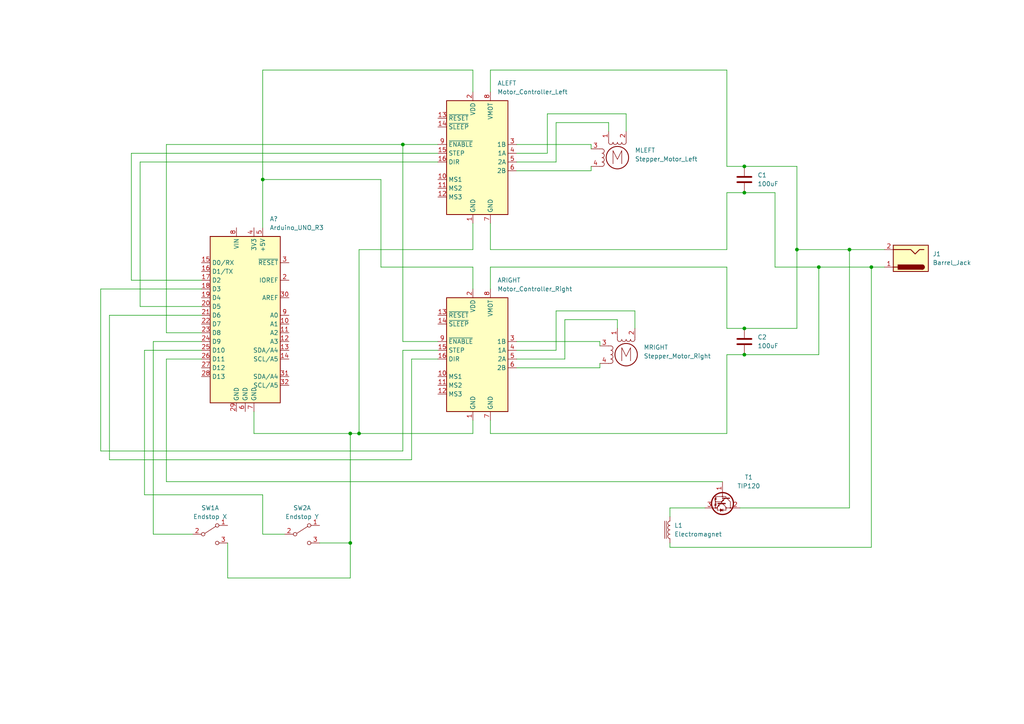
<source format=kicad_sch>
(kicad_sch (version 20211123) (generator eeschema)
  (paper "A4")
  (title_block (title "Automatic Chess Diagram") (date "2025-01-05") (rev "1.1.0") (company "FW") (comment 1 "Author: Felix Wittwer"))
  (lib_symbols
    (symbol "Connector:Barrel_Jack" (pin_names (offset 1.016))
      (property "Reference" "J" (at 0 5.334 0))
      (property "Value" "Barrel_Jack" (at 0 -5.08 0))
      (symbol "Barrel_Jack_0_1"
        (rectangle (start -5.08 3.81) (end 5.08 -3.81) (stroke (width 0.254)) (fill (type background)))
        (arc (start -3.302 3.175) (mid -3.937 2.54) (end -3.302 1.905) (stroke (width 0.254)))
        (arc (start -3.302 3.175) (mid -3.937 2.54) (end -3.302 1.905) (stroke (width 0.254)) (fill (type outline)))
        (polyline (pts (xy 5.08 2.54) (xy 3.81 2.54)) (stroke (width 0.254)))
        (polyline (pts (xy -3.81 -2.54) (xy -2.54 -2.54) (xy -1.27 -1.27) (xy 0 -2.54) (xy 2.54 -2.54) (xy 5.08 -2.54)) (stroke (width 0.254)))
        (rectangle (start 3.683 3.175) (end -3.302 1.905) (stroke (width 0.254)) (fill (type outline)))
      )
      (symbol "Barrel_Jack_1_1"
        (pin passive line (at 7.62 2.54 180) (length 2.54) (name "~") (number "1"))
        (pin passive line (at 7.62 -2.54 180) (length 2.54) (name "~") (number "2"))
      )
    )
    (symbol "Device:C" (pin_numbers hide) (pin_names (offset 0.254))
      (property "Reference" "C" (at 0.635 2.54 0))
      (property "Value" "C" (at 0.635 -2.54 0))
      (symbol "C_0_1"
        (polyline (pts (xy -2.032 -0.762) (xy 2.032 -0.762)) (stroke (width 0.508)))
        (polyline (pts (xy -2.032 0.762) (xy 2.032 0.762)) (stroke (width 0.508)))
      )
      (symbol "C_1_1"
        (pin passive line (at 0 3.81 270) (length 2.794) (name "~") (number "1"))
        (pin passive line (at 0 -3.81 90) (length 2.794) (name "~") (number "2"))
      )
    )
    (symbol "Device:L_Iron" (pin_numbers hide) (pin_names (offset 1.016) hide)
      (property "Reference" "L" (at -1.27 0 90))
      (property "Value" "L_Iron" (at 2.794 0 90))
      (symbol "L_Iron_0_1"
        (arc (start 0 -2.54) (mid 0.635 -1.905) (end 0 -1.27))
        (arc (start 0 -1.27) (mid 0.635 -0.635) (end 0 0))
        (polyline (pts (xy 1.016 2.54) (xy 1.016 -2.54)))
        (polyline (pts (xy 1.524 -2.54) (xy 1.524 2.54)))
        (arc (start 0 0) (mid 0.635 0.635) (end 0 1.27))
        (arc (start 0 1.27) (mid 0.635 1.905) (end 0 2.54))
      )
      (symbol "L_Iron_1_1"
        (pin passive line (at 0 3.81 270) (length 1.27) (name "1") (number "1"))
        (pin passive line (at 0 -3.81 90) (length 1.27) (name "2") (number "2"))
      )
    )
    (symbol "Driver_Motor:Pololu_Breakout_A4988"
      (property "Reference" "A" (at -2.54 19.05 0))
      (property "Value" "Pololu_Breakout_A4988" (at -2.54 16.51 0))
      (symbol "Pololu_Breakout_A4988_0_1"
        (rectangle (start 10.16 -17.78) (end -7.62 15.24) (stroke (width 0.254)) (fill (type background)))
      )
      (symbol "Pololu_Breakout_A4988_1_1"
        (pin power_in line (at 0 -20.32 90) (length 2.54) (name "GND") (number "1"))
        (pin input line (at -10.16 -7.62 0) (length 2.54) (name "MS1") (number "10"))
        (pin input line (at -10.16 -10.16 0) (length 2.54) (name "MS2") (number "11"))
        (pin input line (at -10.16 -12.7 0) (length 2.54) (name "MS3") (number "12"))
        (pin input line (at -10.16 10.16 0) (length 2.54) (name "~{RESET}") (number "13"))
        (pin input line (at -10.16 7.62 0) (length 2.54) (name "~{SLEEP}") (number "14"))
        (pin input line (at -10.16 0 0) (length 2.54) (name "STEP") (number "15"))
        (pin input line (at -10.16 -2.54 0) (length 2.54) (name "DIR") (number "16"))
        (pin power_in line (at 0 17.78 270) (length 2.54) (name "VDD") (number "2"))
        (pin output line (at 12.7 2.54 180) (length 2.54) (name "1B") (number "3"))
        (pin output line (at 12.7 0 180) (length 2.54) (name "1A") (number "4"))
        (pin output line (at 12.7 -2.54 180) (length 2.54) (name "2A") (number "5"))
        (pin output line (at 12.7 -5.08 180) (length 2.54) (name "2B") (number "6"))
        (pin power_in line (at 5.08 -20.32 90) (length 2.54) (name "GND") (number "7"))
        (pin power_in line (at 5.08 17.78 270) (length 2.54) (name "VMOT") (number "8"))
        (pin input line (at -10.16 2.54 0) (length 2.54) (name "~{ENABLE}") (number "9"))
      )
    )
    (symbol "MCU_Module:Arduino_UNO_R3"
      (property "Reference" "A" (at -10.16 23.495 0))
      (property "Value" "Arduino_UNO_R3" (at 5.08 -26.67 0))
      (symbol "Arduino_UNO_R3_0_1"
        (rectangle (start -10.16 22.86) (end 10.16 -25.4) (stroke (width 0.254)) (fill (type background)))
      )
      (symbol "Arduino_UNO_R3_1_1"
        (pin no_connect line (at -10.16 -20.32 0) (length 2.54) hide (name "NC") (number "1"))
        (pin bidirectional line (at 12.7 -2.54 180) (length 2.54) (name "A1") (number "10"))
        (pin bidirectional line (at 12.7 -5.08 180) (length 2.54) (name "A2") (number "11"))
        (pin bidirectional line (at 12.7 -7.62 180) (length 2.54) (name "A3") (number "12"))
        (pin bidirectional line (at 12.7 -10.16 180) (length 2.54) (name "SDA/A4") (number "13"))
        (pin bidirectional line (at 12.7 -12.7 180) (length 2.54) (name "SCL/A5") (number "14"))
        (pin bidirectional line (at -12.7 15.24 0) (length 2.54) (name "D0/RX") (number "15"))
        (pin bidirectional line (at -12.7 12.7 0) (length 2.54) (name "D1/TX") (number "16"))
        (pin bidirectional line (at -12.7 10.16 0) (length 2.54) (name "D2") (number "17"))
        (pin bidirectional line (at -12.7 7.62 0) (length 2.54) (name "D3") (number "18"))
        (pin bidirectional line (at -12.7 5.08 0) (length 2.54) (name "D4") (number "19"))
        (pin output line (at 12.7 10.16 180) (length 2.54) (name "IOREF") (number "2"))
        (pin bidirectional line (at -12.7 2.54 0) (length 2.54) (name "D5") (number "20"))
        (pin bidirectional line (at -12.7 0 0) (length 2.54) (name "D6") (number "21"))
        (pin bidirectional line (at -12.7 -2.54 0) (length 2.54) (name "D7") (number "22"))
        (pin bidirectional line (at -12.7 -5.08 0) (length 2.54) (name "D8") (number "23"))
        (pin bidirectional line (at -12.7 -7.62 0) (length 2.54) (name "D9") (number "24"))
        (pin bidirectional line (at -12.7 -10.16 0) (length 2.54) (name "D10") (number "25"))
        (pin bidirectional line (at -12.7 -12.7 0) (length 2.54) (name "D11") (number "26"))
        (pin bidirectional line (at -12.7 -15.24 0) (length 2.54) (name "D12") (number "27"))
        (pin bidirectional line (at -12.7 -17.78 0) (length 2.54) (name "D13") (number "28"))
        (pin power_in line (at -2.54 -27.94 90) (length 2.54) (name "GND") (number "29"))
        (pin input line (at 12.7 15.24 180) (length 2.54) (name "~{RESET}") (number "3"))
        (pin input line (at 12.7 5.08 180) (length 2.54) (name "AREF") (number "30"))
        (pin bidirectional line (at 12.7 -17.78 180) (length 2.54) (name "SDA/A4") (number "31"))
        (pin bidirectional line (at 12.7 -20.32 180) (length 2.54) (name "SCL/A5") (number "32"))
        (pin power_out line (at 2.54 25.4 270) (length 2.54) (name "3V3") (number "4"))
        (pin power_out line (at 5.08 25.4 270) (length 2.54) (name "+5V") (number "5"))
        (pin power_in line (at 0 -27.94 90) (length 2.54) (name "GND") (number "6"))
        (pin power_in line (at 2.54 -27.94 90) (length 2.54) (name "GND") (number "7"))
        (pin power_in line (at -2.54 25.4 270) (length 2.54) (name "VIN") (number "8"))
        (pin bidirectional line (at 12.7 0 180) (length 2.54) (name "A0") (number "9"))
      )
    )
    (symbol "Motor:Stepper_Motor_bipolar" (pin_names (offset 0) hide)
      (property "Reference" "M" (at 3.81 2.54 0))
      (property "Value" "Stepper_Motor_bipolar" (at 3.81 1.27 0))
      (symbol "Stepper_Motor_bipolar_0_0"
        (polyline (pts (xy -1.27 -1.778) (xy -1.27 2.032) (xy 0 -0.508) (xy 1.27 2.032) (xy 1.27 -1.778)))
      )
      (symbol "Stepper_Motor_bipolar_0_1"
        (arc (start -4.445 -2.54) (mid -3.81 -1.905) (end -4.445 -1.27))
        (arc (start -4.445 -1.27) (mid -3.81 -0.635) (end -4.445 0))
        (arc (start -4.445 0) (mid -3.81 0.635) (end -4.445 1.27))
        (arc (start -4.445 1.27) (mid -3.81 1.905) (end -4.445 2.54))
        (arc (start -2.54 4.445) (mid -1.905 3.81) (end -1.27 4.445))
        (arc (start -1.27 4.445) (mid -0.635 3.81) (end 0 4.445))
        (polyline (pts (xy -5.08 -2.54) (xy -4.445 -2.54)))
        (polyline (pts (xy -5.08 2.54) (xy -4.445 2.54)))
        (polyline (pts (xy -2.54 5.08) (xy -2.54 4.445)))
        (polyline (pts (xy 2.54 5.08) (xy 2.54 4.445)))
        (circle (center 0 0) (radius 3.2512) (stroke (width 0.254)))
        (arc (start 0 4.445) (mid 0.635 3.81) (end 1.27 4.445))
        (arc (start 1.27 4.445) (mid 1.905 3.81) (end 2.54 4.445))
      )
      (symbol "Stepper_Motor_bipolar_1_1"
        (pin passive line (at -2.54 7.62 270) (length 2.54) (name "~") (number "1"))
        (pin passive line (at 2.54 7.62 270) (length 2.54) (name "-") (number "2"))
        (pin passive line (at -7.62 2.54 0) (length 2.54) (name "~") (number "3"))
        (pin passive line (at -7.62 -2.54 0) (length 2.54) (name "~") (number "4"))
      )
    )
    (symbol "Switch:SW_DPDT_x2" (pin_names (offset 0) hide)
      (property "Reference" "SW" (at 0 4.318 0))
      (property "Value" "SW_DPDT_x2" (at 0 -5.08 0))
      (symbol "SW_DPDT_x2_0_0"
        (circle (center -2.032 0) (radius 0.508))
        (circle (center 2.032 -2.54) (radius 0.508))
      )
      (symbol "SW_DPDT_x2_0_1"
        (polyline (pts (xy -1.524 0.254) (xy 1.651 2.286)))
        (circle (center 2.032 2.54) (radius 0.508))
      )
      (symbol "SW_DPDT_x2_1_1"
        (pin passive line (at 5.08 2.54 180) (length 2.54) (name "A") (number "1"))
        (pin passive line (at -5.08 0 0) (length 2.54) (name "B") (number "2"))
        (pin passive line (at 5.08 -2.54 180) (length 2.54) (name "C") (number "3"))
      )
      (symbol "SW_DPDT_x2_2_1"
        (pin passive line (at 5.08 2.54 180) (length 2.54) (name "A") (number "4"))
        (pin passive line (at -5.08 0 0) (length 2.54) (name "B") (number "5"))
        (pin passive line (at 5.08 -2.54 180) (length 2.54) (name "C") (number "6"))
      )
    )
    (symbol "Transistor_BJT:TIP120" (pin_names (offset 0) hide)
      (property "Reference" "Q" (at 5.08 1.905 0))
      (property "Value" "TIP120" (at 5.08 0 0))
      (symbol "TIP120_0_1"
        (circle (center -0.762 0) (radius 0.127))
        (polyline (pts (xy -1.27 0) (xy -0.889 0)))
        (polyline (pts (xy 2.54 -2.032) (xy 2.54 -2.54)))
        (polyline (pts (xy 2.54 -1.524) (xy 3.175 -1.524)))
        (polyline (pts (xy 2.794 0.127) (xy 3.556 0.127)))
        (polyline (pts (xy 3.175 -0.635) (xy 3.175 -1.524)))
        (polyline (pts (xy 3.175 1.016) (xy 2.54 1.016)))
        (polyline (pts (xy 3.175 1.016) (xy 3.175 0.127)))
        (polyline (pts (xy -0.254 0.762) (xy 0.762 -0.254) (xy 1.27 -0.254)))
        (polyline (pts (xy -0.254 1.016) (xy -0.762 1.016) (xy -0.762 -2.032)))
        (polyline (pts (xy -0.254 1.27) (xy 0.762 2.286) (xy 2.54 2.286)))
        (polyline (pts (xy -0.254 2.032) (xy -0.254 0) (xy -0.254 0)) (stroke (width 0.3048)))
        (polyline (pts (xy 1.27 0.762) (xy 1.27 -1.27) (xy 1.27 -1.27)) (stroke (width 0.381)))
        (polyline (pts (xy 0.635 -0.127) (xy 0.381 0.381) (xy 0.127 0.127) (xy 0.635 -0.127)))
        (polyline (pts (xy 1.27 -0.508) (xy 2.286 -1.524) (xy 2.54 -1.524) (xy 2.54 -2.032)))
        (polyline (pts (xy 1.27 0) (xy 2.286 1.016) (xy 2.54 1.016) (xy 2.54 2.286)))
        (polyline (pts (xy 2.159 -1.397) (xy 1.905 -0.889) (xy 1.651 -1.143) (xy 2.159 -1.397)))
        (polyline (pts (xy 3.175 0.127) (xy 2.794 -0.635) (xy 3.556 -0.635) (xy 3.175 0.127)) (fill (type outline)))
        (polyline (pts (xy 0.762 -2.032) (xy 0.381 -2.032) (xy 0.254 -2.286) (xy 0.127 -1.778) (xy 0 -2.286) (xy -0.127 -1.778) (xy -0.254 -2.286) (xy -0.381 -1.778) (xy -0.508 -2.032) (xy -0.762 -2.032)))
        (polyline (pts (xy 0.762 -0.254) (xy 0.762 -2.032) (xy 1.143 -2.032) (xy 1.27 -1.778) (xy 1.397 -2.286) (xy 1.524 -1.778) (xy 1.651 -2.286) (xy 1.778 -1.778) (xy 1.905 -2.286) (xy 2.032 -2.032) (xy 2.54 -2.032)))
        (circle (center 0.762 -2.032) (radius 0.127))
        (circle (center 0.762 -0.254) (radius 0.127))
        (circle (center 1.27 0) (radius 3.175) (stroke (width 0.3556)))
        (circle (center 2.54 -2.032) (radius 0.127))
        (circle (center 2.54 -1.524) (radius 0.127))
        (circle (center 2.54 1.016) (radius 0.127))
        (circle (center 2.54 2.286) (radius 0.127))
      )
      (symbol "TIP120_1_1"
        (pin input line (at -5.08 0 0) (length 3.81) (name "B") (number "1"))
        (pin passive line (at 2.54 5.08 270) (length 2.667) (name "C") (number "2"))
        (pin passive line (at 2.54 -5.08 90) (length 2.54) (name "E") (number "3"))
      )
    )
  )
  (junction (at 252.73 77.47))
  (junction (at 76.2 52.07))
  (junction (at 101.6 125.73))
  (junction (at 231.14 72.39))
  (junction (at 215.9 48.26))
  (junction (at 215.9 55.88))
  (junction (at 237.49 77.47))
  (junction (at 215.9 95.25))
  (junction (at 116.84 41.91))
  (junction (at 215.9 102.87))
  (junction (at 246.38 72.39))
  (junction (at 104.14 125.73))
  (junction (at 101.6 157.48))
  (wire (pts (xy 149.86 104.14) (xy 163.83 104.14)))
  (wire (pts (xy 101.6 125.73) (xy 73.66 125.73)))
  (wire (pts (xy 101.6 167.64) (xy 101.6 157.48)))
  (wire (pts (xy 58.42 104.14) (xy 48.26 104.14)))
  (wire (pts (xy 161.29 90.17) (xy 184.15 90.17)))
  (wire (pts (xy 48.26 139.7) (xy 209.55 139.7)))
  (wire (pts (xy 38.1 44.45) (xy 38.1 81.28)))
  (wire (pts (xy 110.49 52.07) (xy 110.49 77.47)))
  (wire (pts (xy 173.99 106.68) (xy 173.99 105.41)))
  (wire (pts (xy 210.82 20.32) (xy 210.82 48.26)))
  (wire (pts (xy 252.73 77.47) (xy 252.73 158.75)))
  (wire (pts (xy 256.54 77.47) (xy 252.73 77.47)))
  (wire (pts (xy 231.14 72.39) (xy 246.38 72.39)))
  (wire (pts (xy 116.84 101.6) (xy 116.84 130.81)))
  (wire (pts (xy 127 44.45) (xy 38.1 44.45)))
  (wire (pts (xy 127 99.06) (xy 116.84 99.06)))
  (wire (pts (xy 116.84 130.81) (xy 29.21 130.81)))
  (wire (pts (xy 171.45 49.53) (xy 171.45 48.26)))
  (wire (pts (xy 161.29 46.99) (xy 161.29 35.56)))
  (wire (pts (xy 194.31 147.32) (xy 194.31 149.86)))
  (wire (pts (xy 149.86 41.91) (xy 171.45 41.91)))
  (wire (pts (xy 163.83 92.71) (xy 179.07 92.71)))
  (wire (pts (xy 210.82 77.47) (xy 210.82 95.25)))
  (wire (pts (xy 92.71 157.48) (xy 101.6 157.48)))
  (wire (pts (xy 29.21 83.82) (xy 58.42 83.82)))
  (wire (pts (xy 116.84 41.91) (xy 127 41.91)))
  (wire (pts (xy 179.07 92.71) (xy 179.07 95.25)))
  (wire (pts (xy 137.16 26.67) (xy 137.16 20.32)))
  (wire (pts (xy 58.42 96.52) (xy 48.26 96.52)))
  (wire (pts (xy 149.86 106.68) (xy 173.99 106.68)))
  (wire (pts (xy 231.14 48.26) (xy 215.9 48.26)))
  (wire (pts (xy 116.84 99.06) (xy 116.84 41.91)))
  (wire (pts (xy 127 104.14) (xy 119.38 104.14)))
  (wire (pts (xy 44.45 99.06) (xy 44.45 154.94)))
  (wire (pts (xy 29.21 130.81) (xy 29.21 83.82)))
  (wire (pts (xy 215.9 95.25) (xy 210.82 95.25)))
  (wire (pts (xy 215.9 55.88) (xy 210.82 55.88)))
  (wire (pts (xy 31.75 133.35) (xy 31.75 91.44)))
  (wire (pts (xy 194.31 157.48) (xy 194.31 158.75)))
  (wire (pts (xy 101.6 157.48) (xy 101.6 125.73)))
  (wire (pts (xy 76.2 20.32) (xy 76.2 52.07)))
  (wire (pts (xy 204.47 147.32) (xy 194.31 147.32)))
  (wire (pts (xy 104.14 125.73) (xy 101.6 125.73)))
  (wire (pts (xy 31.75 91.44) (xy 58.42 91.44)))
  (wire (pts (xy 142.24 77.47) (xy 210.82 77.47)))
  (wire (pts (xy 142.24 26.67) (xy 142.24 20.32)))
  (wire (pts (xy 231.14 95.25) (xy 231.14 72.39)))
  (wire (pts (xy 246.38 72.39) (xy 256.54 72.39)))
  (wire (pts (xy 215.9 95.25) (xy 231.14 95.25)))
  (wire (pts (xy 48.26 96.52) (xy 48.26 41.91)))
  (wire (pts (xy 104.14 72.39) (xy 137.16 72.39)))
  (wire (pts (xy 41.91 143.51) (xy 76.2 143.51)))
  (wire (pts (xy 137.16 121.92) (xy 137.16 125.73)))
  (wire (pts (xy 142.24 72.39) (xy 210.82 72.39)))
  (wire (pts (xy 127 101.6) (xy 116.84 101.6)))
  (wire (pts (xy 149.86 46.99) (xy 161.29 46.99)))
  (wire (pts (xy 246.38 72.39) (xy 246.38 147.32)))
  (wire (pts (xy 119.38 133.35) (xy 31.75 133.35)))
  (wire (pts (xy 237.49 77.47) (xy 237.49 102.87)))
  (wire (pts (xy 142.24 125.73) (xy 210.82 125.73)))
  (wire (pts (xy 119.38 104.14) (xy 119.38 133.35)))
  (wire (pts (xy 149.86 101.6) (xy 161.29 101.6)))
  (wire (pts (xy 48.26 104.14) (xy 48.26 139.7)))
  (wire (pts (xy 58.42 99.06) (xy 44.45 99.06)))
  (wire (pts (xy 142.24 121.92) (xy 142.24 125.73)))
  (wire (pts (xy 210.82 102.87) (xy 210.82 125.73)))
  (wire (pts (xy 173.99 99.06) (xy 173.99 100.33)))
  (wire (pts (xy 41.91 101.6) (xy 41.91 143.51)))
  (wire (pts (xy 210.82 55.88) (xy 210.82 72.39)))
  (wire (pts (xy 231.14 72.39) (xy 231.14 48.26)))
  (wire (pts (xy 161.29 35.56) (xy 176.53 35.56)))
  (wire (pts (xy 237.49 77.47) (xy 224.79 77.47)))
  (wire (pts (xy 237.49 102.87) (xy 215.9 102.87)))
  (wire (pts (xy 171.45 41.91) (xy 171.45 43.18)))
  (wire (pts (xy 142.24 64.77) (xy 142.24 72.39)))
  (wire (pts (xy 246.38 147.32) (xy 214.63 147.32)))
  (wire (pts (xy 158.75 44.45) (xy 158.75 33.02)))
  (wire (pts (xy 66.04 157.48) (xy 66.04 167.64)))
  (wire (pts (xy 210.82 48.26) (xy 215.9 48.26)))
  (wire (pts (xy 104.14 72.39) (xy 104.14 125.73)))
  (wire (pts (xy 161.29 101.6) (xy 161.29 90.17)))
  (wire (pts (xy 215.9 102.87) (xy 210.82 102.87)))
  (wire (pts (xy 38.1 81.28) (xy 58.42 81.28)))
  (wire (pts (xy 40.64 46.99) (xy 40.64 88.9)))
  (wire (pts (xy 224.79 55.88) (xy 215.9 55.88)))
  (wire (pts (xy 224.79 77.47) (xy 224.79 55.88)))
  (wire (pts (xy 110.49 52.07) (xy 76.2 52.07)))
  (wire (pts (xy 142.24 20.32) (xy 210.82 20.32)))
  (wire (pts (xy 142.24 83.82) (xy 142.24 77.47)))
  (wire (pts (xy 44.45 154.94) (xy 55.88 154.94)))
  (wire (pts (xy 137.16 83.82) (xy 137.16 77.47)))
  (wire (pts (xy 76.2 154.94) (xy 82.55 154.94)))
  (wire (pts (xy 137.16 20.32) (xy 76.2 20.32)))
  (wire (pts (xy 76.2 52.07) (xy 76.2 66.04)))
  (wire (pts (xy 252.73 77.47) (xy 237.49 77.47)))
  (wire (pts (xy 181.61 33.02) (xy 181.61 38.1)))
  (wire (pts (xy 163.83 104.14) (xy 163.83 92.71)))
  (wire (pts (xy 58.42 101.6) (xy 41.91 101.6)))
  (wire (pts (xy 149.86 99.06) (xy 173.99 99.06)))
  (wire (pts (xy 149.86 44.45) (xy 158.75 44.45)))
  (wire (pts (xy 73.66 125.73) (xy 73.66 119.38)))
  (wire (pts (xy 149.86 49.53) (xy 171.45 49.53)))
  (wire (pts (xy 40.64 88.9) (xy 58.42 88.9)))
  (wire (pts (xy 137.16 72.39) (xy 137.16 64.77)))
  (wire (pts (xy 48.26 41.91) (xy 116.84 41.91)))
  (wire (pts (xy 194.31 158.75) (xy 252.73 158.75)))
  (wire (pts (xy 137.16 77.47) (xy 110.49 77.47)))
  (wire (pts (xy 176.53 35.56) (xy 176.53 38.1)))
  (wire (pts (xy 66.04 167.64) (xy 101.6 167.64)))
  (wire (pts (xy 158.75 33.02) (xy 181.61 33.02)))
  (wire (pts (xy 127 46.99) (xy 40.64 46.99)))
  (wire (pts (xy 76.2 143.51) (xy 76.2 154.94)))
  (wire (pts (xy 137.16 125.73) (xy 104.14 125.73)))
  (wire (pts (xy 184.15 90.17) (xy 184.15 95.25)))
  (symbol (lib_id "Device:L_Iron") (at 194.31 153.67 180) (unit 1)
    (property "Reference" "L1" (at 195.58 152.3999 0) (effects (justify right)))
    (property "Value" "Electromagnet" (at 195.58 154.9399 0) (effects (justify right)))
  )
  (symbol (lib_id "Motor:Stepper_Motor_bipolar") (at 181.61 102.87 0) (unit 1)
    (property "Reference" "MRIGHT" (at 186.69 100.749 0) (effects (justify left)))
    (property "Value" "Stepper_Motor_Right" (at 186.69 103.289 0) (effects (justify left)))
    (property "Datasheet" "http://www.infineon.com/dgdl/Application-Note-TLE8110EE_driving_UniPolarStepperMotor_V1.1.pdf?fileId=db3a30431be39b97011be5d0aa0a00b0" (effects hide))
  )
  (symbol (lib_id "Transistor_BJT:TIP120") (at 209.55 144.78 270) (unit 1)
    (property "Reference" "T1" (at 217.17 138.43 90))
    (property "Value" "TIP120" (at 217.17 140.97 90))
    (property "Footprint" "Package_TO_SOT_THT:TO-220-3_Vertical" (effects hide))
    (property "Datasheet" "https://www.onsemi.com/pub/Collateral/TIP120-D.PDF" (effects hide))
  )
  (symbol (lib_id "Motor:Stepper_Motor_bipolar") (at 179.07 45.72 0) (unit 1)
    (property "Reference" "MLEFT" (at 184.15 43.599 0) (effects (justify left)))
    (property "Value" "Stepper_Motor_Left" (at 184.15 46.139 0) (effects (justify left)))
    (property "Datasheet" "http://www.infineon.com/dgdl/Application-Note-TLE8110EE_driving_UniPolarStepperMotor_V1.1.pdf?fileId=db3a30431be39b97011be5d0aa0a00b0" (effects hide))
  )
  (symbol (lib_id "MCU_Module:Arduino_UNO_R3") (at 71.12 91.44 0) (unit 1)
    (property "Reference" "A?" (at 78.2194 63.5 0) (effects (justify left)))
    (property "Value" "Arduino_UNO_R3" (at 78.2194 66.04 0) (effects (justify left)))
    (property "Footprint" "Module:Arduino_UNO_R3" (effects hide))
    (property "Datasheet" "https://www.arduino.cc/en/Main/arduinoBoardUno" (effects hide))
  )
  (symbol (lib_id "Driver_Motor:Pololu_Breakout_A4988") (at 137.16 44.45 0) (unit 1)
    (property "Reference" "ALEFT" (at 144.2594 24.13 0) (effects (justify left)))
    (property "Value" "Motor_Controller_Left" (at 144.2594 26.67 0) (effects (justify left)))
    (property "Footprint" "Module:Pololu_Breakout-16_15.2x20.3mm" (effects hide))
    (property "Datasheet" "https://www.pololu.com/product/2980/pictures" (effects hide))
  )
  (symbol (lib_id "Driver_Motor:Pololu_Breakout_A4988") (at 137.16 101.6 0) (unit 1)
    (property "Reference" "ARIGHT" (at 144.2594 81.28 0) (effects (justify left)))
    (property "Value" "Motor_Controller_Right" (at 144.2594 83.82 0) (effects (justify left)))
    (property "Footprint" "Module:Pololu_Breakout-16_15.2x20.3mm" (effects hide))
    (property "Datasheet" "https://www.pololu.com/product/2980/pictures" (effects hide))
  )
  (symbol (lib_id "Switch:SW_DPDT_x2") (at 60.96 154.94 0) (unit 1)
    (property "Reference" "SW1" (at 60.96 147.32 0))
    (property "Value" "Endstop X" (at 60.96 149.86 0))
  )
  (symbol (lib_id "Connector:Barrel_Jack") (at 264.16 74.93 180) (unit 1)
    (property "Reference" "J1" (at 270.51 73.6599 0) (effects (justify right)))
    (property "Value" "Barrel_Jack" (at 270.51 76.1999 0) (effects (justify right)))
  )
  (symbol (lib_id "Device:C") (at 215.9 52.07 180) (unit 1)
    (property "Reference" "C1" (at 219.71 50.7999 0) (effects (justify right)))
    (property "Value" "100uF" (at 219.71 53.3399 0) (effects (justify right)))
  )
  (symbol (lib_id "Switch:SW_DPDT_x2") (at 87.63 154.94 0) (unit 1)
    (property "Reference" "SW2" (at 87.63 147.32 0))
    (property "Value" "Endstop Y" (at 87.63 149.86 0))
  )
  (symbol (lib_id "Device:C") (at 215.9 99.06 180) (unit 1)
    (property "Reference" "C2" (at 219.71 97.7899 0) (effects (justify right)))
    (property "Value" "100uF" (at 219.71 100.3299 0) (effects (justify right)))
  )
)
</source>
